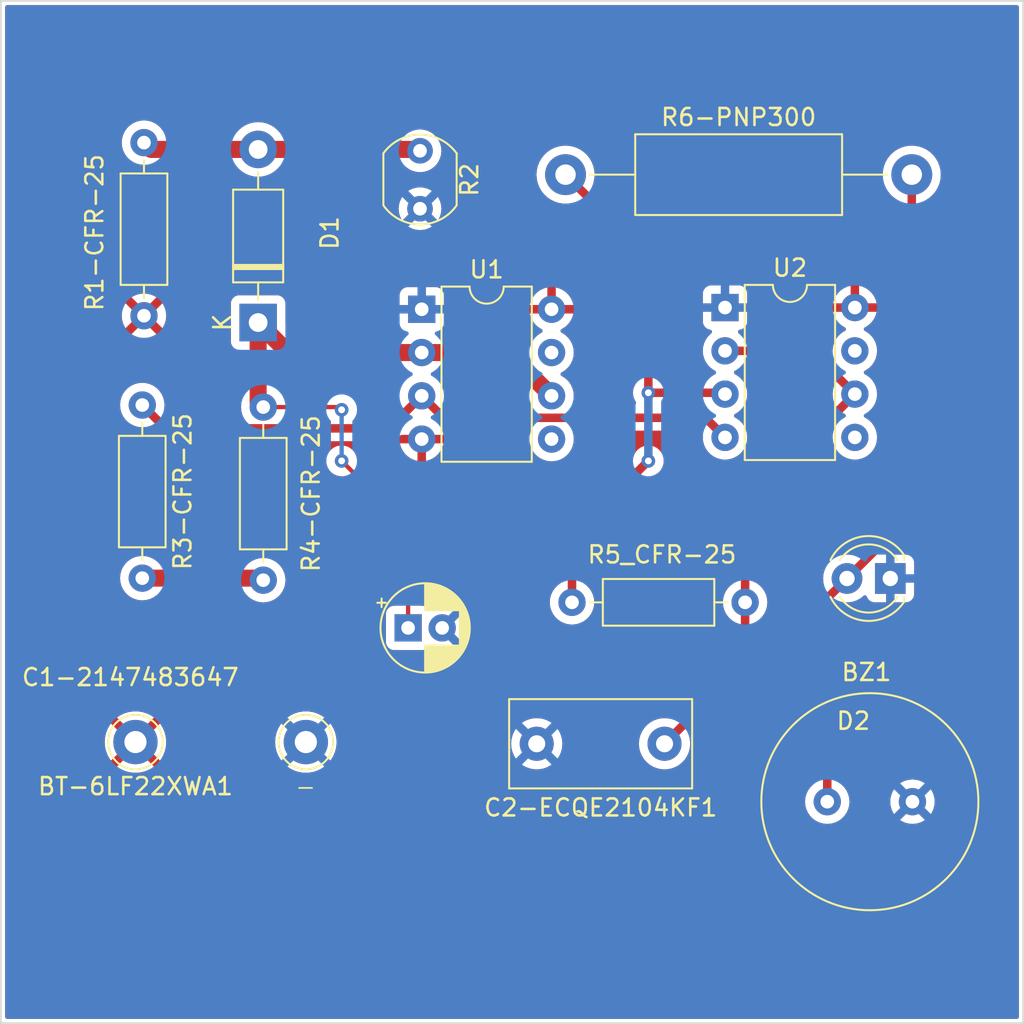
<source format=kicad_pcb>
(kicad_pcb (version 20221018) (generator pcbnew)
  (layers (0 "F.Cu" signal) (31 "B.Cu" signal) (34 "B.Paste" user) (35 "F.Paste" user) (36 "B.SilkS" user "B.Silkscreen") (37 "F.SilkS" user "F.Silkscreen") (38 "B.Mask" user) (39 "F.Mask" user) (44 "Edge.Cuts" user))
  (net 0 "")
  (net 1 "+9V")
  (net 2 "GND")
  (net 3 "Net-(BZ1-+)")
  (net 4 "Net-(D1-K)")
  (net 5 "Net-(U2-THR)")
  (net 6 "Net-(D1-A)")
  (net 7 "Net-(U1-Q)")
  (net 8 "Net-(R3-CFR-25-Pad2)")
  (net 9 "Net-(U2-Q)")
  (footprint "Package_DIP:DIP-8_W7.62mm" (layer "F.Cu") (at 139.5 89)
    (fp_text reference "U2" (at 3.81 -2.33) (layer "F.SilkS"))
    (fp_text value "NE555P")
    (fp_line (start 1.16 -1.33) (end 1.16 8.95) (stroke (width 0.12)) (layer "F.SilkS"))
    (fp_line (start 1.16 8.95) (end 6.46 8.95) (stroke (width 0.12)) (layer "F.SilkS"))
    (fp_line (start 2.81 -1.33) (end 1.16 -1.33) (stroke (width 0.12)) (layer "F.SilkS"))
    (fp_line (start 6.46 -1.33) (end 4.81 -1.33) (stroke (width 0.12)) (layer "F.SilkS"))
    (fp_line (start 6.46 8.95) (end 6.46 -1.33) (stroke (width 0.12)) (layer "F.SilkS"))
    (fp_arc (start 4.81 -1.33) (mid 3.81 -0.33) (end 2.81 -1.33) (stroke (width 0.12)) (layer "F.SilkS"))
    (pad "1" thru_hole rect (at 0 0) (size 1.6 1.6) (drill 0.8) (layers "*.Cu" "*.Mask") (net 2 "GND"))
    (pad "2" thru_hole oval (at 0 2.54) (size 1.6 1.6) (drill 0.8) (layers "*.Cu" "*.Mask") (net 5 "Net-(U2-THR)"))
    (pad "3" thru_hole oval (at 0 5.08) (size 1.6 1.6) (drill 0.8) (layers "*.Cu" "*.Mask") (net 9 "Net-(U2-Q)"))
    (pad "4" thru_hole oval (at 0 7.62) (size 1.6 1.6) (drill 0.8) (layers "*.Cu" "*.Mask") (net 7 "Net-(U1-Q)"))
    (pad "5" thru_hole oval (at 7.62 7.62) (size 1.6 1.6) (drill 0.8) (layers "*.Cu" "*.Mask"))
    (pad "6" thru_hole oval (at 7.62 5.08) (size 1.6 1.6) (drill 0.8) (layers "*.Cu" "*.Mask") (net 5 "Net-(U2-THR)"))
    (pad "7" thru_hole oval (at 7.62 2.54) (size 1.6 1.6) (drill 0.8) (layers "*.Cu" "*.Mask"))
    (pad "8" thru_hole oval (at 7.62 0) (size 1.6 1.6) (drill 0.8) (layers "*.Cu" "*.Mask") (net 1 "+9V"))
  )
  (footprint "Resistor_THT:R_Axial_DIN0207_L6.3mm_D2.5mm_P10.16mm_Horizontal" (layer "F.Cu") (at 130.52 106.3)
    (fp_text reference "R5_CFR-25" (at 5.28 -2.8) (layer "F.SilkS"))
    (fp_text value "470k")
    (fp_line (start 1.04 0) (end 1.81 0) (stroke (width 0.12)) (layer "F.SilkS"))
    (fp_line (start 1.81 -1.37) (end 1.81 1.37) (stroke (width 0.12)) (layer "F.SilkS"))
    (fp_line (start 1.81 1.37) (end 8.35 1.37) (stroke (width 0.12)) (layer "F.SilkS"))
    (fp_line (start 8.35 -1.37) (end 1.81 -1.37) (stroke (width 0.12)) (layer "F.SilkS"))
    (fp_line (start 8.35 1.37) (end 8.35 -1.37) (stroke (width 0.12)) (layer "F.SilkS"))
    (fp_line (start 9.12 0) (end 8.35 0) (stroke (width 0.12)) (layer "F.SilkS"))
    (pad "1" thru_hole circle (at 0 0) (size 1.6 1.6) (drill 0.8) (layers "*.Cu" "*.Mask") (net 9 "Net-(U2-Q)"))
    (pad "2" thru_hole oval (at 10.16 0) (size 1.6 1.6) (drill 0.8) (layers "*.Cu" "*.Mask") (net 5 "Net-(U2-THR)"))
  )
  (footprint "OptoDevice:R_LDR_5.1x4.3mm_P3.4mm_Vertical" (layer "F.Cu") (at 121.6 79.8 -90)
    (fp_text reference "R2" (at 1.7 -2.9 90) (layer "F.SilkS"))
    (fp_text value "LDR07")
    (fp_line (start 0.15 -2.15) (end 3.2 -2.15) (stroke (width 0.12)) (layer "F.SilkS"))
    (fp_line (start 0.15 2.15) (end 3.2 2.15) (stroke (width 0.12)) (layer "F.SilkS"))
    (fp_arc (start 0.15 2.15) (mid -0.950438 -0.013368) (end 0.171766 -2.165525) (stroke (width 0.12)) (layer "F.SilkS"))
    (fp_arc (start 3.2 -2.15) (mid 4.321403 -0.027338) (end 3.244513 2.118249) (stroke (width 0.12)) (layer "F.SilkS"))
    (pad "1" thru_hole circle (at 0 0 270) (size 1.5 1.5) (drill 0.8) (layers "*.Cu" "*.Mask") (net 6 "Net-(D1-A)"))
    (pad "2" thru_hole circle (at 3.4 0 270) (size 1.5 1.5) (drill 0.8) (layers "*.Cu" "*.Mask") (net 2 "GND"))
  )
  (footprint "Resistor_THT:R_Axial_DIN0207_L6.3mm_D2.5mm_P10.16mm_Horizontal" (layer "F.Cu") (at 112.4 105 90)
    (fp_text reference "R4-CFR-25" (at 5.08 2.8 90) (layer "F.SilkS"))
    (fp_text value "470k")
    (fp_line (start 1.04 0) (end 1.81 0) (stroke (width 0.12)) (layer "F.SilkS"))
    (fp_line (start 1.81 -1.37) (end 1.81 1.37) (stroke (width 0.12)) (layer "F.SilkS"))
    (fp_line (start 1.81 1.37) (end 8.35 1.37) (stroke (width 0.12)) (layer "F.SilkS"))
    (fp_line (start 8.35 -1.37) (end 1.81 -1.37) (stroke (width 0.12)) (layer "F.SilkS"))
    (fp_line (start 8.35 1.37) (end 8.35 -1.37) (stroke (width 0.12)) (layer "F.SilkS"))
    (fp_line (start 9.12 0) (end 8.35 0) (stroke (width 0.12)) (layer "F.SilkS"))
    (pad "1" thru_hole circle (at 0 0 90) (size 1.6 1.6) (drill 0.8) (layers "*.Cu" "*.Mask") (net 8 "Net-(R3-CFR-25-Pad2)"))
    (pad "2" thru_hole oval (at 10.16 0 90) (size 1.6 1.6) (drill 0.8) (layers "*.Cu" "*.Mask") (net 4 "Net-(D1-K)"))
  )
  (footprint "Diode_THT:D_DO-41_SOD81_P10.16mm_Horizontal" (layer "F.Cu") (at 112.1 89.88 90)
    (fp_text reference "D1" (at 5.26 4.2 90) (layer "F.SilkS"))
    (fp_text value "1N4007")
    (fp_text user "K" (at 0 -2.1 90) (layer "F.SilkS"))
    (fp_line (start 1.34 0) (end 2.36 0) (stroke (width 0.12)) (layer "F.SilkS"))
    (fp_line (start 2.36 -1.47) (end 2.36 1.47) (stroke (width 0.12)) (layer "F.SilkS"))
    (fp_line (start 2.36 1.47) (end 7.8 1.47) (stroke (width 0.12)) (layer "F.SilkS"))
    (fp_line (start 3.14 -1.47) (end 3.14 1.47) (stroke (width 0.12)) (layer "F.SilkS"))
    (fp_line (start 3.26 -1.47) (end 3.26 1.47) (stroke (width 0.12)) (layer "F.SilkS"))
    (fp_line (start 3.38 -1.47) (end 3.38 1.47) (stroke (width 0.12)) (layer "F.SilkS"))
    (fp_line (start 7.8 -1.47) (end 2.36 -1.47) (stroke (width 0.12)) (layer "F.SilkS"))
    (fp_line (start 7.8 1.47) (end 7.8 -1.47) (stroke (width 0.12)) (layer "F.SilkS"))
    (fp_line (start 8.82 0) (end 7.8 0) (stroke (width 0.12)) (layer "F.SilkS"))
    (pad "1" thru_hole rect (at 0 0 90) (size 2.2 2.2) (drill 1.1) (layers "*.Cu" "*.Mask") (net 4 "Net-(D1-K)"))
    (pad "2" thru_hole oval (at 10.16 0 90) (size 2.2 2.2) (drill 1.1) (layers "*.Cu" "*.Mask") (net 6 "Net-(D1-A)"))
  )
  (footprint "Resistor_THT:R_Axial_DIN0414_L11.9mm_D4.5mm_P20.32mm_Horizontal" (layer "F.Cu") (at 130.14 81.2)
    (fp_text reference "R6-PNP300" (at 10.16 -3.37) (layer "F.SilkS"))
    (fp_text value "100")
    (fp_line (start 1.44 0) (end 4.09 0) (stroke (width 0.12)) (layer "F.SilkS"))
    (fp_line (start 4.09 -2.37) (end 4.09 2.37) (stroke (width 0.12)) (layer "F.SilkS"))
    (fp_line (start 4.09 2.37) (end 16.23 2.37) (stroke (width 0.12)) (layer "F.SilkS"))
    (fp_line (start 16.23 -2.37) (end 4.09 -2.37) (stroke (width 0.12)) (layer "F.SilkS"))
    (fp_line (start 16.23 2.37) (end 16.23 -2.37) (stroke (width 0.12)) (layer "F.SilkS"))
    (fp_line (start 18.88 0) (end 16.23 0) (stroke (width 0.12)) (layer "F.SilkS"))
    (pad "1" thru_hole circle (at 0 0) (size 2.4 2.4) (drill 1.2) (layers "*.Cu" "*.Mask") (net 9 "Net-(U2-Q)"))
    (pad "2" thru_hole oval (at 20.32 0) (size 2.4 2.4) (drill 1.2) (layers "*.Cu" "*.Mask") (net 3 "Net-(BZ1-+)"))
  )
  (footprint "Resistor_THT:R_Axial_DIN0207_L6.3mm_D2.5mm_P10.16mm_Horizontal" (layer "F.Cu") (at 105.3 94.72 -90)
    (fp_text reference "R3-CFR-25" (at 5.08 -2.37 90) (layer "F.SilkS"))
    (fp_text value "100k")
    (fp_line (start 1.04 0) (end 1.81 0) (stroke (width 0.12)) (layer "F.SilkS"))
    (fp_line (start 1.81 -1.37) (end 1.81 1.37) (stroke (width 0.12)) (layer "F.SilkS"))
    (fp_line (start 1.81 1.37) (end 8.35 1.37) (stroke (width 0.12)) (layer "F.SilkS"))
    (fp_line (start 8.35 -1.37) (end 1.81 -1.37) (stroke (width 0.12)) (layer "F.SilkS"))
    (fp_line (start 8.35 1.37) (end 8.35 -1.37) (stroke (width 0.12)) (layer "F.SilkS"))
    (fp_line (start 9.12 0) (end 8.35 0) (stroke (width 0.12)) (layer "F.SilkS"))
    (pad "1" thru_hole circle (at 0 0 270) (size 1.6 1.6) (drill 0.8) (layers "*.Cu" "*.Mask") (net 7 "Net-(U1-Q)"))
    (pad "2" thru_hole oval (at 10.16 0 270) (size 1.6 1.6) (drill 0.8) (layers "*.Cu" "*.Mask") (net 8 "Net-(R3-CFR-25-Pad2)"))
  )
  (footprint "LibraryMic:Pins_Battery" (layer "F.Cu") (at 104.9 114.5)
    (fp_text reference "BT-6LF22XWA1" (at 0 2.6) (layer "F.SilkS"))
    (fp_text value "9V" hide)
    (fp_text user "-" (at 9.3 3.2 unlocked) (layer "F.SilkS") (effects (font (thickness 0.1)) (justify left bottom)))
    (fp_circle (center 0 0) (end 1.6 0.05) (stroke (width 0.12)) (fill none) (layer "F.SilkS"))
    (fp_circle (center 10 0) (end 11.6 0.05) (stroke (width 0.12)) (fill none) (layer "F.SilkS"))
    (pad "1" thru_hole circle (at 0 0) (size 2.6 2.6) (drill 1.3) (layers "*.Cu" "*.Mask") (net 1 "+9V"))
    (pad "2" thru_hole circle (at 10 0) (size 2.6 2.6) (drill 1.3) (layers "*.Cu" "*.Mask") (net 2 "GND"))
  )
  (footprint "Resistor_THT:R_Axial_DIN0207_L6.3mm_D2.5mm_P10.16mm_Horizontal" (layer "F.Cu") (at 105.4 89.48 90)
    (fp_text reference "R1-CFR-25" (at 4.88 -2.9 90) (layer "F.SilkS"))
    (fp_text value "10k")
    (fp_line (start 1.04 0) (end 1.81 0) (stroke (width 0.12)) (layer "F.SilkS"))
    (fp_line (start 1.81 -1.37) (end 1.81 1.37) (stroke (width 0.12)) (layer "F.SilkS"))
    (fp_line (start 1.81 1.37) (end 8.35 1.37) (stroke (width 0.12)) (layer "F.SilkS"))
    (fp_line (start 8.35 -1.37) (end 1.81 -1.37) (stroke (width 0.12)) (layer "F.SilkS"))
    (fp_line (start 8.35 1.37) (end 8.35 -1.37) (stroke (width 0.12)) (layer "F.SilkS"))
    (fp_line (start 9.12 0) (end 8.35 0) (stroke (width 0.12)) (layer "F.SilkS"))
    (pad "1" thru_hole circle (at 0 0 90) (size 1.6 1.6) (drill 0.8) (layers "*.Cu" "*.Mask") (net 1 "+9V"))
    (pad "2" thru_hole oval (at 10.16 0 90) (size 1.6 1.6) (drill 0.8) (layers "*.Cu" "*.Mask") (net 6 "Net-(D1-A)"))
  )
  (footprint "Package_DIP:DIP-8_W7.62mm" (layer "F.Cu") (at 121.7 89.1)
    (fp_text reference "U1" (at 3.81 -2.33) (layer "F.SilkS"))
    (fp_text value "NE555P")
    (fp_line (start 1.16 -1.33) (end 1.16 8.95) (stroke (width 0.12)) (layer "F.SilkS"))
    (fp_line (start 1.16 8.95) (end 6.46 8.95) (stroke (width 0.12)) (layer "F.SilkS"))
    (fp_line (start 2.81 -1.33) (end 1.16 -1.33) (stroke (width 0.12)) (layer "F.SilkS"))
    (fp_line (start 6.46 -1.33) (end 4.81 -1.33) (stroke (width 0.12)) (layer "F.SilkS"))
    (fp_line (start 6.46 8.95) (end 6.46 -1.33) (stroke (width 0.12)) (layer "F.SilkS"))
    (fp_arc (start 4.81 -1.33) (mid 3.81 -0.33) (end 2.81 -1.33) (stroke (width 0.12)) (layer "F.SilkS"))
    (pad "1" thru_hole rect (at 0 0) (size 1.6 1.6) (drill 0.8) (layers "*.Cu" "*.Mask") (net 2 "GND"))
    (pad "2" thru_hole oval (at 0 2.54) (size 1.6 1.6) (drill 0.8) (layers "*.Cu" "*.Mask") (net 4 "Net-(D1-K)"))
    (pad "3" thru_hole oval (at 0 5.08) (size 1.6 1.6) (drill 0.8) (layers "*.Cu" "*.Mask") (net 7 "Net-(U1-Q)"))
    (pad "4" thru_hole oval (at 0 7.62) (size 1.6 1.6) (drill 0.8) (layers "*.Cu" "*.Mask") (net 1 "+9V"))
    (pad "5" thru_hole oval (at 7.62 7.62) (size 1.6 1.6) (drill 0.8) (layers "*.Cu" "*.Mask"))
    (pad "6" thru_hole oval (at 7.62 5.08) (size 1.6 1.6) (drill 0.8) (layers "*.Cu" "*.Mask") (net 4 "Net-(D1-K)"))
    (pad "7" thru_hole oval (at 7.62 2.54) (size 1.6 1.6) (drill 0.8) (layers "*.Cu" "*.Mask"))
    (pad "8" thru_hole oval (at 7.62 0) (size 1.6 1.6) (drill 0.8) (layers "*.Cu" "*.Mask") (net 1 "+9V"))
  )
  (footprint "Capacitor_THT:C_Radial_D12.5mm_H20.0mm_P5.00mm" (layer "F.Cu") (at 145.5 118)
    (fp_text reference "BZ1" (at 2.3 -7.6) (layer "F.SilkS"))
    (fp_text value "Buzzer")
    (fp_circle (center 2.5 0) (end 8.87 0) (stroke (width 0.12)) (fill none) (layer "F.SilkS"))
    (pad "1" thru_hole circle (at 0 0) (size 1.6 1.6) (drill 0.8) (layers "*.Cu" "*.Mask") (net 3 "Net-(BZ1-+)"))
    (pad "2" thru_hole circle (at 5 0) (size 1.6 1.6) (drill 0.8) (layers "*.Cu" "*.Mask") (net 2 "GND"))
  )
  (footprint "Capacitor_THT:C_Disc_D10.5mm_W5.0mm_P7.50mm" (layer "F.Cu") (at 135.95 114.6 180)
    (fp_text reference "C2-ECQE2104KF1" (at 3.75 -3.75) (layer "F.SilkS"))
    (fp_text value "0.1u")
    (fp_line (start -1.62 -2.62) (end -1.62 2.62) (stroke (width 0.12)) (layer "F.SilkS"))
    (fp_line (start -1.62 -2.62) (end 9.12 -2.62) (stroke (width 0.12)) (layer "F.SilkS"))
    (fp_line (start -1.62 2.62) (end 9.12 2.62) (stroke (width 0.12)) (layer "F.SilkS"))
    (fp_line (start 9.12 -2.62) (end 9.12 2.62) (stroke (width 0.12)) (layer "F.SilkS"))
    (pad "1" thru_hole circle (at 0 0 180) (size 2 2) (drill 1) (layers "*.Cu" "*.Mask") (net 5 "Net-(U2-THR)"))
    (pad "2" thru_hole circle (at 7.5 0 180) (size 2 2) (drill 1) (layers "*.Cu" "*.Mask") (net 2 "GND"))
  )
  (footprint "Capacitor_THT:CP_Radial_D5.0mm_P2.00mm" (layer "F.Cu") (at 120.9 107.8)
    (fp_text reference "C1-2147483647" (at -16.3 2.9 180) (layer "F.SilkS"))
    (fp_text value "47u")
    (fp_line (start -1.804775 -1.475) (end -1.304775 -1.475) (stroke (width 0.12)) (layer "F.SilkS"))
    (fp_line (start -1.554775 -1.725) (end -1.554775 -1.225) (stroke (width 0.12)) (layer "F.SilkS"))
    (fp_line (start 1 -2.58) (end 1 -1.04) (stroke (width 0.12)) (layer "F.SilkS"))
    (fp_line (start 1 1.04) (end 1 2.58) (stroke (width 0.12)) (layer "F.SilkS"))
    (fp_line (start 1.04 -2.58) (end 1.04 -1.04) (stroke (width 0.12)) (layer "F.SilkS"))
    (fp_line (start 1.04 1.04) (end 1.04 2.58) (stroke (width 0.12)) (layer "F.SilkS"))
    (fp_line (start 1.08 -2.579) (end 1.08 -1.04) (stroke (width 0.12)) (layer "F.SilkS"))
    (fp_line (start 1.08 1.04) (end 1.08 2.579) (stroke (width 0.12)) (layer "F.SilkS"))
    (fp_line (start 1.12 -2.578) (end 1.12 -1.04) (stroke (width 0.12)) (layer "F.SilkS"))
    (fp_line (start 1.12 1.04) (end 1.12 2.578) (stroke (width 0.12)) (layer "F.SilkS"))
    (fp_line (start 1.16 -2.576) (end 1.16 -1.04) (stroke (width 0.12)) (layer "F.SilkS"))
    (fp_line (start 1.16 1.04) (end 1.16 2.576) (stroke (width 0.12)) (layer "F.SilkS"))
    (fp_line (start 1.2 -2.573) (end 1.2 -1.04) (stroke (width 0.12)) (layer "F.SilkS"))
    (fp_line (start 1.2 1.04) (end 1.2 2.573) (stroke (width 0.12)) (layer "F.SilkS"))
    (fp_line (start 1.24 -2.569) (end 1.24 -1.04) (stroke (width 0.12)) (layer "F.SilkS"))
    (fp_line (start 1.24 1.04) (end 1.24 2.569) (stroke (width 0.12)) (layer "F.SilkS"))
    (fp_line (start 1.28 -2.565) (end 1.28 -1.04) (stroke (width 0.12)) (layer "F.SilkS"))
    (fp_line (start 1.28 1.04) (end 1.28 2.565) (stroke (width 0.12)) (layer "F.SilkS"))
    (fp_line (start 1.32 -2.561) (end 1.32 -1.04) (stroke (width 0.12)) (layer "F.SilkS"))
    (fp_line (start 1.32 1.04) (end 1.32 2.561) (stroke (width 0.12)) (layer "F.SilkS"))
    (fp_line (start 1.36 -2.556) (end 1.36 -1.04) (stroke (width 0.12)) (layer "F.SilkS"))
    (fp_line (start 1.36 1.04) (end 1.36 2.556) (stroke (width 0.12)) (layer "F.SilkS"))
    (fp_line (start 1.4 -2.55) (end 1.4 -1.04) (stroke (width 0.12)) (layer "F.SilkS"))
    (fp_line (start 1.4 1.04) (end 1.4 2.55) (stroke (width 0.12)) (layer "F.SilkS"))
    (fp_line (start 1.44 -2.543) (end 1.44 -1.04) (stroke (width 0.12)) (layer "F.SilkS"))
    (fp_line (start 1.44 1.04) (end 1.44 2.543) (stroke (width 0.12)) (layer "F.SilkS"))
    (fp_line (start 1.48 -2.536) (end 1.48 -1.04) (stroke (width 0.12)) (layer "F.SilkS"))
    (fp_line (start 1.48 1.04) (end 1.48 2.536) (stroke (width 0.12)) (layer "F.SilkS"))
    (fp_line (start 1.52 -2.528) (end 1.52 -1.04) (stroke (width 0.12)) (layer "F.SilkS"))
    (fp_line (start 1.52 1.04) (end 1.52 2.528) (stroke (width 0.12)) (layer "F.SilkS"))
    (fp_line (start 1.56 -2.52) (end 1.56 -1.04) (stroke (width 0.12)) (layer "F.SilkS"))
    (fp_line (start 1.56 1.04) (end 1.56 2.52) (stroke (width 0.12)) (layer "F.SilkS"))
    (fp_line (start 1.6 -2.511) (end 1.6 -1.04) (stroke (width 0.12)) (layer "F.SilkS"))
    (fp_line (start 1.6 1.04) (end 1.6 2.511) (stroke (width 0.12)) (layer "F.SilkS"))
    (fp_line (start 1.64 -2.501) (end 1.64 -1.04) (stroke (width 0.12)) (layer "F.SilkS"))
    (fp_line (start 1.64 1.04) (end 1.64 2.501) (stroke (width 0.12)) (layer "F.SilkS"))
    (fp_line (start 1.68 -2.491) (end 1.68 -1.04) (stroke (width 0.12)) (layer "F.SilkS"))
    (fp_line (start 1.68 1.04) (end 1.68 2.491) (stroke (width 0.12)) (layer "F.SilkS"))
    (fp_line (start 1.721 -2.48) (end 1.721 -1.04) (stroke (width 0.12)) (layer "F.SilkS"))
    (fp_line (start 1.721 1.04) (end 1.721 2.48) (stroke (width 0.12)) (layer "F.SilkS"))
    (fp_line (start 1.761 -2.468) (end 1.761 -1.04) (stroke (width 0.12)) (layer "F.SilkS"))
    (fp_line (start 1.761 1.04) (end 1.761 2.468) (stroke (width 0.12)) (layer "F.SilkS"))
    (fp_line (start 1.801 -2.455) (end 1.801 -1.04) (stroke (width 0.12)) (layer "F.SilkS"))
    (fp_line (start 1.801 1.04) (end 1.801 2.455) (stroke (width 0.12)) (layer "F.SilkS"))
    (fp_line (start 1.841 -2.442) (end 1.841 -1.04) (stroke (width 0.12)) (layer "F.SilkS"))
    (fp_line (start 1.841 1.04) (end 1.841 2.442) (stroke (width 0.12)) (layer "F.SilkS"))
    (fp_line (start 1.881 -2.428) (end 1.881 -1.04) (stroke (width 0.12)) (layer "F.SilkS"))
    (fp_line (start 1.881 1.04) (end 1.881 2.428) (stroke (width 0.12)) (layer "F.SilkS"))
    (fp_line (start 1.921 -2.414) (end 1.921 -1.04) (stroke (width 0.12)) (layer "F.SilkS"))
    (fp_line (start 1.921 1.04) (end 1.921 2.414) (stroke (width 0.12)) (layer "F.SilkS"))
    (fp_line (start 1.961 -2.398) (end 1.961 -1.04) (stroke (width 0.12)) (layer "F.SilkS"))
    (fp_line (start 1.961 1.04) (end 1.961 2.398) (stroke (width 0.12)) (layer "F.SilkS"))
    (fp_line (start 2.001 -2.382) (end 2.001 -1.04) (stroke (width 0.12)) (layer "F.SilkS"))
    (fp_line (start 2.001 1.04) (end 2.001 2.382) (stroke (width 0.12)) (layer "F.SilkS"))
    (fp_line (start 2.041 -2.365) (end 2.041 -1.04) (stroke (width 0.12)) (layer "F.SilkS"))
    (fp_line (start 2.041 1.04) (end 2.041 2.365) (stroke (width 0.12)) (layer "F.SilkS"))
    (fp_line (start 2.081 -2.348) (end 2.081 -1.04) (stroke (width 0.12)) (layer "F.SilkS"))
    (fp_line (start 2.081 1.04) (end 2.081 2.348) (stroke (width 0.12)) (layer "F.SilkS"))
    (fp_line (start 2.121 -2.329) (end 2.121 -1.04) (stroke (width 0.12)) (layer "F.SilkS"))
    (fp_line (start 2.121 1.04) (end 2.121 2.329) (stroke (width 0.12)) (layer "F.SilkS"))
    (fp_line (start 2.161 -2.31) (end 2.161 -1.04) (stroke (width 0.12)) (layer "F.SilkS"))
    (fp_line (start 2.161 1.04) (end 2.161 2.31) (stroke (width 0.12)) (layer "F.SilkS"))
    (fp_line (start 2.201 -2.29) (end 2.201 -1.04) (stroke (width 0.12)) (layer "F.SilkS"))
    (fp_line (start 2.201 1.04) (end 2.201 2.29) (stroke (width 0.12)) (layer "F.SilkS"))
    (fp_line (start 2.241 -2.268) (end 2.241 -1.04) (stroke (width 0.12)) (layer "F.SilkS"))
    (fp_line (start 2.241 1.04) (end 2.241 2.268) (stroke (width 0.12)) (layer "F.SilkS"))
    (fp_line (start 2.281 -2.247) (end 2.281 -1.04) (stroke (width 0.12)) (layer "F.SilkS"))
    (fp_line (start 2.281 1.04) (end 2.281 2.247) (stroke (width 0.12)) (layer "F.SilkS"))
    (fp_line (start 2.321 -2.224) (end 2.321 -1.04) (stroke (width 0.12)) (layer "F.SilkS"))
    (fp_line (start 2.321 1.04) (end 2.321 2.224) (stroke (width 0.12)) (layer "F.SilkS"))
    (fp_line (start 2.361 -2.2) (end 2.361 -1.04) (stroke (width 0.12)) (layer "F.SilkS"))
    (fp_line (start 2.361 1.04) (end 2.361 2.2) (stroke (width 0.12)) (layer "F.SilkS"))
    (fp_line (start 2.401 -2.175) (end 2.401 -1.04) (stroke (width 0.12)) (layer "F.SilkS"))
    (fp_line (start 2.401 1.04) (end 2.401 2.175) (stroke (width 0.12)) (layer "F.SilkS"))
    (fp_line (start 2.441 -2.149) (end 2.441 -1.04) (stroke (width 0.12)) (layer "F.SilkS"))
    (fp_line (start 2.441 1.04) (end 2.441 2.149) (stroke (width 0.12)) (layer "F.SilkS"))
    (fp_line (start 2.481 -2.122) (end 2.481 -1.04) (stroke (width 0.12)) (layer "F.SilkS"))
    (fp_line (start 2.481 1.04) (end 2.481 2.122) (stroke (width 0.12)) (layer "F.SilkS"))
    (fp_line (start 2.521 -2.095) (end 2.521 -1.04) (stroke (width 0.12)) (layer "F.SilkS"))
    (fp_line (start 2.521 1.04) (end 2.521 2.095) (stroke (width 0.12)) (layer "F.SilkS"))
    (fp_line (start 2.561 -2.065) (end 2.561 -1.04) (stroke (width 0.12)) (layer "F.SilkS"))
    (fp_line (start 2.561 1.04) (end 2.561 2.065) (stroke (width 0.12)) (layer "F.SilkS"))
    (fp_line (start 2.601 -2.035) (end 2.601 -1.04) (stroke (width 0.12)) (layer "F.SilkS"))
    (fp_line (start 2.601 1.04) (end 2.601 2.035) (stroke (width 0.12)) (layer "F.SilkS"))
    (fp_line (start 2.641 -2.004) (end 2.641 -1.04) (stroke (width 0.12)) (layer "F.SilkS"))
    (fp_line (start 2.641 1.04) (end 2.641 2.004) (stroke (width 0.12)) (layer "F.SilkS"))
    (fp_line (start 2.681 -1.971) (end 2.681 -1.04) (stroke (width 0.12)) (layer "F.SilkS"))
    (fp_line (start 2.681 1.04) (end 2.681 1.971) (stroke (width 0.12)) (layer "F.SilkS"))
    (fp_line (start 2.721 -1.937) (end 2.721 -1.04) (stroke (width 0.12)) (layer "F.SilkS"))
    (fp_line (start 2.721 1.04) (end 2.721 1.937) (stroke (width 0.12)) (layer "F.SilkS"))
    (fp_line (start 2.761 -1.901) (end 2.761 -1.04) (stroke (width 0.12)) (layer "F.SilkS"))
    (fp_line (start 2.761 1.04) (end 2.761 1.901) (stroke (width 0.12)) (layer "F.SilkS"))
    (fp_line (start 2.801 -1.864) (end 2.801 -1.04) (stroke (width 0.12)) (layer "F.SilkS"))
    (fp_line (start 2.801 1.04) (end 2.801 1.864) (stroke (width 0.12)) (layer "F.SilkS"))
    (fp_line (start 2.841 -1.826) (end 2.841 -1.04) (stroke (width 0.12)) (layer "F.SilkS"))
    (fp_line (start 2.841 1.04) (end 2.841 1.826) (stroke (width 0.12)) (layer "F.SilkS"))
    (fp_line (start 2.881 -1.785) (end 2.881 -1.04) (stroke (width 0.12)) (layer "F.SilkS"))
    (fp_line (start 2.881 1.04) (end 2.881 1.785) (stroke (width 0.12)) (layer "F.SilkS"))
    (fp_line (start 2.921 -1.743) (end 2.921 -1.04) (stroke (width 0.12)) (layer "F.SilkS"))
    (fp_line (start 2.921 1.04) (end 2.921 1.743) (stroke (width 0.12)) (layer "F.SilkS"))
    (fp_line (start 2.961 -1.699) (end 2.961 -1.04) (stroke (width 0.12)) (layer "F.SilkS"))
    (fp_line (start 2.961 1.04) (end 2.961 1.699) (stroke (width 0.12)) (layer "F.SilkS"))
    (fp_line (start 3.001 -1.653) (end 3.001 -1.04) (stroke (width 0.12)) (layer "F.SilkS"))
    (fp_line (start 3.001 1.04) (end 3.001 1.653) (stroke (width 0.12)) (layer "F.SilkS"))
    (fp_line (start 3.041 -1.605) (end 3.041 1.605) (stroke (width 0.12)) (layer "F.SilkS"))
    (fp_line (start 3.081 -1.554) (end 3.081 1.554) (stroke (width 0.12)) (layer "F.SilkS"))
    (fp_line (start 3.121 -1.5) (end 3.121 1.5) (stroke (width 0.12)) (layer "F.SilkS"))
    (fp_line (start 3.161 -1.443) (end 3.161 1.443) (stroke (width 0.12)) (layer "F.SilkS"))
    (fp_line (start 3.201 -1.383) (end 3.201 1.383) (stroke (width 0.12)) (layer "F.SilkS"))
    (fp_line (start 3.241 -1.319) (end 3.241 1.319) (stroke (width 0.12)) (layer "F.SilkS"))
    (fp_line (start 3.281 -1.251) (end 3.281 1.251) (stroke (width 0.12)) (layer "F.SilkS"))
    (fp_line (start 3.321 -1.178) (end 3.321 1.178) (stroke (width 0.12)) (layer "F.SilkS"))
    (fp_line (start 3.361 -1.098) (end 3.361 1.098) (stroke (width 0.12)) (layer "F.SilkS"))
    (fp_line (start 3.401 -1.011) (end 3.401 1.011) (stroke (width 0.12)) (layer "F.SilkS"))
    (fp_line (start 3.441 -0.915) (end 3.441 0.915) (stroke (width 0.12)) (layer "F.SilkS"))
    (fp_line (start 3.481 -0.805) (end 3.481 0.805) (stroke (width 0.12)) (layer "F.SilkS"))
    (fp_line (start 3.521 -0.677) (end 3.521 0.677) (stroke (width 0.12)) (layer "F.SilkS"))
    (fp_line (start 3.561 -0.518) (end 3.561 0.518) (stroke (width 0.12)) (layer "F.SilkS"))
    (fp_line (start 3.601 -0.284) (end 3.601 0.284) (stroke (width 0.12)) (layer "F.SilkS"))
    (fp_circle (center 1 0) (end 3.62 0) (stroke (width 0.12)) (fill none) (layer "F.SilkS"))
    (pad "1" thru_hole rect (at 0 0) (size 1.6 1.6) (drill 0.8) (layers "*.Cu" "*.Mask") (net 4 "Net-(D1-K)"))
    (pad "2" thru_hole circle (at 2 0) (size 1.6 1.6) (drill 0.8) (layers "*.Cu" "*.Mask") (net 2 "GND"))
  )
  (footprint "LED_THT:LED_D4.0mm" (layer "F.Cu") (at 149.2 104.9 180)
    (fp_text reference "D2" (at 2.17 -8.36) (layer "F.SilkS"))
    (fp_text value "LED")
    (fp_line (start -0.79 -1.399) (end -0.79 -1.08) (stroke (width 0.12)) (layer "F.SilkS"))
    (fp_line (start -0.79 1.08) (end -0.79 1.399) (stroke (width 0.12)) (layer "F.SilkS"))
    (fp_arc (start -0.79 -1.398749) (mid 1.453519 -2.483228) (end 3.513242 -1.080724) (stroke (width 0.12)) (layer "F.SilkS"))
    (fp_arc (start -0.41333 -1.08) (mid 1.269429 -2) (end 2.952713 -1.080961) (stroke (width 0.12)) (layer "F.SilkS"))
    (fp_arc (start 2.952713 1.080961) (mid 1.269429 2) (end -0.41333 1.08) (stroke (width 0.12)) (layer "F.SilkS"))
    (fp_arc (start 3.513242 1.080724) (mid 1.453519 2.483228) (end -0.79 1.398749) (stroke (width 0.12)) (layer "F.SilkS"))
    (pad "1" thru_hole rect (at 0 0 180) (size 1.8 1.8) (drill 0.9) (layers "*.Cu" "*.Mask") (net 2 "GND"))
    (pad "2" thru_hole circle (at 2.54 0 180) (size 1.8 1.8) (drill 0.9) (layers "*.Cu" "*.Mask") (net 3 "Net-(BZ1-+)"))
  )
  (gr_rect (start 97 71) (end 157 131) (stroke (width 0.1)) (fill none) (layer "Edge.Cuts"))
  (segment (start 145.5 106.06) (end 146.66 104.9) (width 0.5) (layer "F.Cu") (net 3))
  (segment (start 150.46 81.2) (end 150.46 101.1) (width 0.5) (layer "F.Cu") (net 3))
  (segment (start 145.5 118) (end 145.5 106.06) (width 0.5) (layer "F.Cu") (net 3))
  (segment (start 150.46 101.1) (end 146.66 104.9) (width 0.5) (layer "F.Cu") (net 3))
  (segment (start 112.1 94.54) (end 112.4 94.84) (width 0.25) (layer "F.Cu") (net 4))
  (segment (start 120.9 101.9) (end 120.9 107.8) (width 0.25) (layer "F.Cu") (net 4))
  (segment (start 121.7 91.64) (end 126.78 91.64) (width 1) (layer "F.Cu") (net 4))
  (segment (start 112.1 89.88) (end 112.1 94.54) (width 1) (layer "F.Cu") (net 4))
  (segment (start 126.78 91.64) (end 129.32 94.18) (width 1) (layer "F.Cu") (net 4))
  (segment (start 117 98) (end 120.9 101.9) (width 0.25) (layer "F.Cu") (net 4))
  (segment (start 116.84 94.84) (end 117 95) (width 0.25) (layer "F.Cu") (net 4))
  (segment (start 112.1 89.88) (end 113.86 91.64) (width 1) (layer "F.Cu") (net 4))
  (segment (start 113.86 91.64) (end 121.7 91.64) (width 1) (layer "F.Cu") (net 4))
  (segment (start 112.4 94.84) (end 116.84 94.84) (width 0.25) (layer "F.Cu") (net 4))
  (via (at 117 98) (size 0.8) (drill 0.4) (layers "F.Cu" "B.Cu") (net 4))
  (via (at 117 95) (size 0.8) (drill 0.4) (layers "F.Cu" "B.Cu") (net 4))
  (segment (start 117 95) (end 117 98) (width 0.25) (layer "B.Cu") (net 4))
  (segment (start 140.68 106.3) (end 140.68 109.87) (width 0.5) (layer "F.Cu") (net 5))
  (segment (start 139.5 91.54) (end 144.58 91.54) (width 0.5) (layer "F.Cu") (net 5))
  (segment (start 147.12 94.08) (end 140.68 100.52) (width 0.5) (layer "F.Cu") (net 5))
  (segment (start 140.68 100.52) (end 140.68 106.3) (width 0.5) (layer "F.Cu") (net 5))
  (segment (start 144.58 91.54) (end 147.12 94.08) (width 0.5) (layer "F.Cu") (net 5))
  (segment (start 140.68 109.87) (end 135.95 114.6) (width 0.5) (layer "F.Cu") (net 5))
  (segment (start 105.42 79.32) (end 105.82 79.72) (width 0.25) (layer "F.Cu") (net 6))
  (segment (start 105.4 79.32) (end 105.42 79.32) (width 0.25) (layer "F.Cu") (net 6))
  (segment (start 112.1 79.72) (end 121.52 79.72) (width 1) (layer "F.Cu") (net 6))
  (segment (start 105.82 79.72) (end 112.1 79.72) (width 1) (layer "F.Cu") (net 6))
  (segment (start 121.52 79.72) (end 121.6 79.8) (width 0.25) (layer "F.Cu") (net 6))
  (segment (start 105.3 94.72) (end 106.67 96.09) (width 0.5) (layer "F.Cu") (net 7))
  (segment (start 138.35 95.47) (end 139.5 96.62) (width 0.5) (layer "F.Cu") (net 7))
  (segment (start 119.79 96.09) (end 121.7 94.18) (width 0.5) (layer "F.Cu") (net 7))
  (segment (start 106.67 96.09) (end 119.79 96.09) (width 0.5) (layer "F.Cu") (net 7))
  (segment (start 121.7 94.18) (end 122.99 95.47) (width 0.5) (layer "F.Cu") (net 7))
  (segment (start 122.99 95.47) (end 138.35 95.47) (width 0.5) (layer "F.Cu") (net 7))
  (segment (start 112.38 104.88) (end 105.3 104.88) (width 1) (layer "F.Cu") (net 8))
  (segment (start 112.4 104.9) (end 112.38 104.88) (width 0.25) (layer "F.Cu") (net 8))
  (segment (start 112.4 105) (end 112.4 104.9) (width 0.25) (layer "F.Cu") (net 8))
  (segment (start 130.52 102.48) (end 135 98) (width 0.5) (layer "F.Cu") (net 9))
  (segment (start 130.14 81.2) (end 135 86.06) (width 0.5) (layer "F.Cu") (net 9))
  (segment (start 139.42 94) (end 139.5 94.08) (width 0.5) (layer "F.Cu") (net 9))
  (segment (start 135 94) (end 139.42 94) (width 0.5) (layer "F.Cu") (net 9))
  (segment (start 135 86.06) (end 135 94) (width 0.5) (layer "F.Cu") (net 9))
  (segment (start 130.52 106.3) (end 130.52 102.48) (width 0.5) (layer "F.Cu") (net 9))
  (via (at 135 98) (size 0.8) (drill 0.4) (layers "F.Cu" "B.Cu") (net 9))
  (via (at 135 94) (size 0.8) (drill 0.4) (layers "F.Cu" "B.Cu") (net 9))
  (segment (start 135 98) (end 135 94) (width 0.5) (layer "B.Cu") (net 9))
  (zone (net 1) (net_name "+9V") (layer "F.Cu") (priority 1) (connect_pads (clearance 0.5)) (min_thickness 0.25) (fill yes (thermal_gap 0.5) (thermal_bridge_width 0.5))
    (polygon (pts (xy 97 71) (xy 157 71) (xy 157 131) (xy 97 131)))
  )
  (zone (net 2) (net_name "GND") (layer "B.Cu") (connect_pads (clearance 0.5)) (min_thickness 0.25) (fill yes (thermal_gap 0.5) (thermal_bridge_width 0.5))
    (polygon (pts (xy 97 71) (xy 157 71) (xy 157 131) (xy 97 131)))
  )
)
</source>
